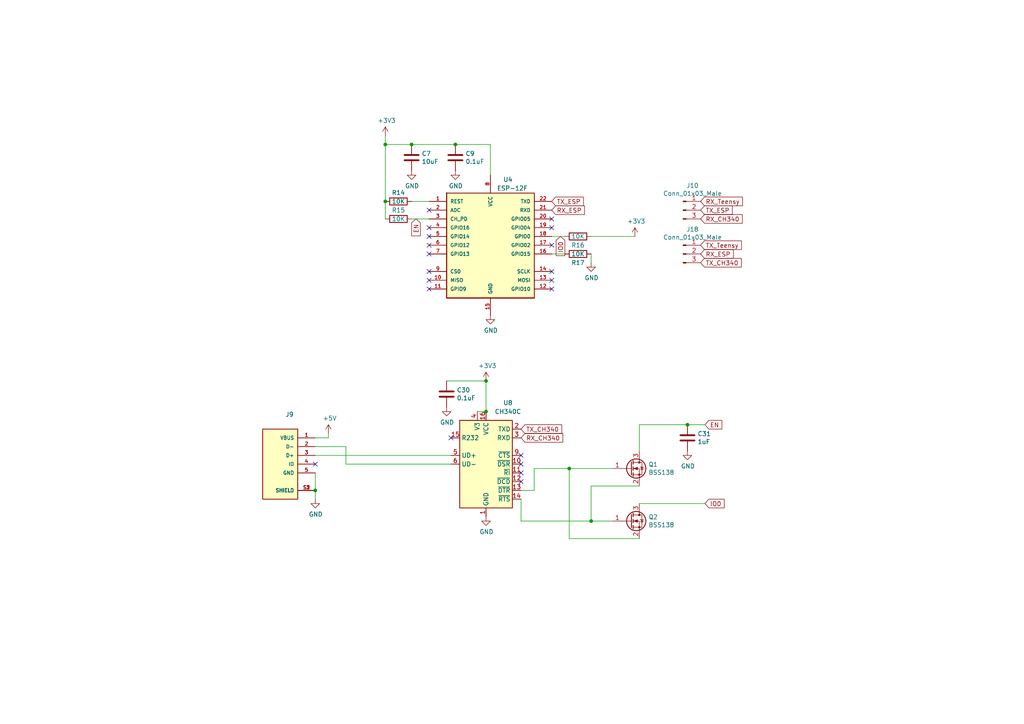
<source format=kicad_sch>
(kicad_sch (version 20211123) (generator eeschema)
  (paper "A4")
  (title_block (title "ESP8266") (date "2022-11-06"))
  (lib_symbols
    (symbol "RC10-rescue:+3.3V-power" (power) (pin_names (offset 0))
      (property "Value" "+3.3V-power" (at 0 3.556 0))
      (symbol "+3.3V-power_0_1"
        (polyline (pts (xy -0.762 1.27) (xy 0 2.54)))
        (polyline (pts (xy 0 0) (xy 0 2.54)))
        (polyline (pts (xy 0 2.54) (xy 0.762 1.27)))
      )
      (symbol "+3.3V-power_1_1"
        (pin power_in line (at 0 0 90) (length 0) hide (name "+3V3") (number "1"))
      )
    )
    (symbol "RC10-rescue:+5V-power" (power) (pin_names (offset 0))
      (property "Value" "+5V-power" (at 0 3.556 0))
      (symbol "+5V-power_0_1"
        (polyline (pts (xy -0.762 1.27) (xy 0 2.54)))
        (polyline (pts (xy 0 0) (xy 0 2.54)))
        (polyline (pts (xy 0 2.54) (xy 0.762 1.27)))
      )
      (symbol "+5V-power_1_1"
        (pin power_in line (at 0 0 90) (length 0) hide (name "+5V") (number "1"))
      )
    )
    (symbol "RC10-rescue:105133-0011-105133-0011" (pin_names (offset 1.016))
      (property "Reference" "J" (at -5.08 10.6934 0))
      (property "Value" "105133-0011-105133-0011" (at -5.1054 -12.7254 0))
      (symbol "105133-0011-105133-0011_0_0"
        (rectangle (start -5.08 -10.16) (end 5.08 10.16) (stroke (width 0.254)) (fill (type background)))
        (pin passive line (at -10.16 7.62 0) (length 5.08) (name "VBUS") (number "1"))
        (pin passive line (at -10.16 5.08 0) (length 5.08) (name "D-") (number "2"))
        (pin passive line (at -10.16 2.54 0) (length 5.08) (name "D+") (number "3"))
        (pin passive line (at -10.16 0 0) (length 5.08) (name "ID") (number "4"))
        (pin passive line (at -10.16 -2.54 0) (length 5.08) (name "GND") (number "5"))
        (pin passive line (at -10.16 -7.62 0) (length 5.08) (name "SHIELD") (number "S1"))
        (pin passive line (at -10.16 -7.62 0) (length 5.08) (name "SHIELD") (number "S2"))
        (pin passive line (at -10.16 -7.62 0) (length 5.08) (name "SHIELD") (number "S3"))
      )
    )
    (symbol "RC10-rescue:BSS138-Transistor_FET" (pin_names hide)
      (property "Reference" "Q" (at 5.08 1.905 0))
      (property "Value" "BSS138-Transistor_FET" (at 5.08 0 0))
      (symbol "BSS138-Transistor_FET_0_1"
        (polyline (pts (xy 0.254 0) (xy -2.54 0)))
        (polyline (pts (xy 0.254 1.905) (xy 0.254 -1.905)) (stroke (width 0.254)))
        (polyline (pts (xy 0.762 -1.27) (xy 0.762 -2.286)) (stroke (width 0.254)))
        (polyline (pts (xy 0.762 0.508) (xy 0.762 -0.508)) (stroke (width 0.254)))
        (polyline (pts (xy 0.762 2.286) (xy 0.762 1.27)) (stroke (width 0.254)))
        (polyline (pts (xy 2.54 2.54) (xy 2.54 1.778)))
        (polyline (pts (xy 2.54 -2.54) (xy 2.54 0) (xy 0.762 0)))
        (polyline (pts (xy 0.762 -1.778) (xy 3.302 -1.778) (xy 3.302 1.778) (xy 0.762 1.778)))
        (polyline (pts (xy 1.016 0) (xy 2.032 0.381) (xy 2.032 -0.381) (xy 1.016 0)) (fill (type outline)))
        (polyline (pts (xy 2.794 0.508) (xy 2.921 0.381) (xy 3.683 0.381) (xy 3.81 0.254)))
        (polyline (pts (xy 3.302 0.381) (xy 2.921 -0.254) (xy 3.683 -0.254) (xy 3.302 0.381)))
        (circle (center 1.651 0) (radius 2.794) (stroke (width 0.254)))
        (circle (center 2.54 -1.778) (radius 0.254) (fill (type outline)))
        (circle (center 2.54 1.778) (radius 0.254) (fill (type outline)))
      )
      (symbol "BSS138-Transistor_FET_1_1"
        (pin input line (at -5.08 0 0) (length 2.54) (name "G") (number "1"))
        (pin passive line (at 2.54 -5.08 90) (length 2.54) (name "S") (number "2"))
        (pin passive line (at 2.54 5.08 270) (length 2.54) (name "D") (number "3"))
      )
    )
    (symbol "RC10-rescue:C-Device" (pin_numbers hide) (pin_names (offset 0.254))
      (property "Reference" "C" (at 0.635 2.54 0))
      (property "Value" "C-Device" (at 0.635 -2.54 0))
      (symbol "C-Device_0_1"
        (polyline (pts (xy -2.032 -0.762) (xy 2.032 -0.762)) (stroke (width 0.508)))
        (polyline (pts (xy -2.032 0.762) (xy 2.032 0.762)) (stroke (width 0.508)))
      )
      (symbol "C-Device_1_1"
        (pin passive line (at 0 3.81 270) (length 2.794) (name "~") (number "1"))
        (pin passive line (at 0 -3.81 90) (length 2.794) (name "~") (number "2"))
      )
    )
    (symbol "RC10-rescue:CH340C-Interface_USB"
      (property "Reference" "U" (at -5.08 13.97 0))
      (property "Value" "CH340C-Interface_USB" (at 1.27 13.97 0))
      (symbol "CH340C-Interface_USB_0_1"
        (rectangle (start -7.62 12.7) (end 7.62 -12.7) (stroke (width 0.254)) (fill (type background)))
      )
      (symbol "CH340C-Interface_USB_1_1"
        (pin power_in line (at 0 -15.24 90) (length 2.54) (name "GND") (number "1"))
        (pin input line (at 10.16 0 180) (length 2.54) (name "~{DSR}") (number "10"))
        (pin input line (at 10.16 -2.54 180) (length 2.54) (name "~{RI}") (number "11"))
        (pin input line (at 10.16 -5.08 180) (length 2.54) (name "~{DCD}") (number "12"))
        (pin output line (at 10.16 -7.62 180) (length 2.54) (name "~{DTR}") (number "13"))
        (pin output line (at 10.16 -10.16 180) (length 2.54) (name "~{RTS}") (number "14"))
        (pin input line (at -10.16 7.62 0) (length 2.54) (name "R232") (number "15"))
        (pin power_in line (at 0 15.24 270) (length 2.54) (name "VCC") (number "16"))
        (pin output line (at 10.16 10.16 180) (length 2.54) (name "TXD") (number "2"))
        (pin input line (at 10.16 7.62 180) (length 2.54) (name "RXD") (number "3"))
        (pin passive line (at -2.54 15.24 270) (length 2.54) (name "V3") (number "4"))
        (pin bidirectional line (at -10.16 2.54 0) (length 2.54) (name "UD+") (number "5"))
        (pin bidirectional line (at -10.16 0 0) (length 2.54) (name "UD-") (number "6"))
        (pin no_connect line (at -7.62 -7.62 0) (length 2.54) hide (name "NC") (number "7"))
        (pin no_connect line (at -7.62 -10.16 0) (length 2.54) hide (name "NC") (number "8"))
        (pin input line (at 10.16 2.54 180) (length 2.54) (name "~{CTS}") (number "9"))
      )
    )
    (symbol "RC10-rescue:Conn_01x03_Male-Connector" (pin_names (offset 1.016) hide)
      (property "Reference" "J" (at 0 5.08 0))
      (property "Value" "Conn_01x03_Male-Connector" (at 0 -5.08 0))
      (symbol "Conn_01x03_Male-Connector_1_1"
        (polyline (pts (xy 1.27 -2.54) (xy 0.8636 -2.54)) (stroke (width 0.1524)))
        (polyline (pts (xy 1.27 0) (xy 0.8636 0)) (stroke (width 0.1524)))
        (polyline (pts (xy 1.27 2.54) (xy 0.8636 2.54)) (stroke (width 0.1524)))
        (rectangle (start 0.8636 -2.413) (end 0 -2.667) (stroke (width 0.1524)) (fill (type outline)))
        (rectangle (start 0.8636 0.127) (end 0 -0.127) (stroke (width 0.1524)) (fill (type outline)))
        (rectangle (start 0.8636 2.667) (end 0 2.413) (stroke (width 0.1524)) (fill (type outline)))
        (pin passive line (at 5.08 2.54 180) (length 3.81) (name "Pin_1") (number "1"))
        (pin passive line (at 5.08 0 180) (length 3.81) (name "Pin_2") (number "2"))
        (pin passive line (at 5.08 -2.54 180) (length 3.81) (name "Pin_3") (number "3"))
      )
    )
    (symbol "RC10-rescue:ESP-12F-ESP-12F" (pin_names (offset 1.016))
      (property "Reference" "U" (at 0 -2.54 0))
      (property "Value" "ESP-12F-ESP-12F" (at 17.78 -2.54 0))
      (symbol "ESP-12F-ESP-12F_0_0"
        (polyline (pts (xy 0 0) (xy 25.4 0)) (stroke (width 0.254)))
        (polyline (pts (xy 0 30.48) (xy 0 0)) (stroke (width 0.254)))
        (rectangle (start 0.0254 -0.127) (end 25.4254 30.353) (stroke (width 0.254)) (fill (type background)))
        (pin bidirectional line (at -5.08 27.94 0) (length 5.08) (name "REST") (number "1"))
        (pin bidirectional line (at -5.08 5.08 0) (length 5.08) (name "MISO") (number "10"))
        (pin bidirectional line (at -5.08 2.54 0) (length 5.08) (name "GPIO9") (number "11"))
        (pin bidirectional line (at 30.48 2.54 180) (length 5.08) (name "GPIO10") (number "12"))
        (pin bidirectional line (at 30.48 5.08 180) (length 5.08) (name "MOSI") (number "13"))
        (pin bidirectional line (at 30.48 7.62 180) (length 5.08) (name "SCLK") (number "14"))
        (pin power_in line (at 12.7 -5.08 90) (length 5.08) (name "GND") (number "15"))
        (pin bidirectional line (at 30.48 12.7 180) (length 5.08) (name "GPIO15") (number "16"))
        (pin bidirectional line (at 30.48 15.24 180) (length 5.08) (name "GPIO02") (number "17"))
        (pin bidirectional line (at 30.48 17.78 180) (length 5.08) (name "GPIO0") (number "18"))
        (pin bidirectional line (at 30.48 20.32 180) (length 5.08) (name "GPIO04") (number "19"))
        (pin bidirectional line (at -5.08 25.4 0) (length 5.08) (name "ADC") (number "2"))
        (pin bidirectional line (at 30.48 22.86 180) (length 5.08) (name "GPIO05") (number "20"))
        (pin bidirectional line (at 30.48 25.4 180) (length 5.08) (name "RXD") (number "21"))
        (pin bidirectional line (at 30.48 27.94 180) (length 5.08) (name "TXD") (number "22"))
        (pin bidirectional line (at -5.08 22.86 0) (length 5.08) (name "CH_PD") (number "3"))
        (pin bidirectional line (at -5.08 20.32 0) (length 5.08) (name "GPIO16") (number "4"))
        (pin bidirectional line (at -5.08 17.78 0) (length 5.08) (name "GPIO14") (number "5"))
        (pin bidirectional line (at -5.08 15.24 0) (length 5.08) (name "GPIO12") (number "6"))
        (pin bidirectional line (at -5.08 12.7 0) (length 5.08) (name "GPIO13") (number "7"))
        (pin power_in line (at 12.7 35.56 270) (length 5.08) (name "VCC") (number "8"))
        (pin bidirectional line (at -5.08 7.62 0) (length 5.08) (name "CS0") (number "9"))
      )
    )
    (symbol "RC10-rescue:GND-power" (power) (pin_names (offset 0))
      (property "Value" "GND-power" (at 0 -3.81 0))
      (symbol "GND-power_0_1"
        (polyline (pts (xy 0 0) (xy 0 -1.27) (xy 1.27 -1.27) (xy 0 -2.54) (xy -1.27 -1.27) (xy 0 -1.27)))
      )
      (symbol "GND-power_1_1"
        (pin power_in line (at 0 0 270) (length 0) hide (name "GND") (number "1"))
      )
    )
    (symbol "RC10-rescue:R-Device" (pin_numbers hide) (pin_names (offset 0))
      (property "Reference" "R" (at 2.032 0 90))
      (property "Value" "R-Device" (at 0 0 90))
      (symbol "R-Device_0_1"
        (rectangle (start -1.016 -2.54) (end 1.016 2.54) (stroke (width 0.254)))
      )
      (symbol "R-Device_1_1"
        (pin passive line (at 0 3.81 270) (length 1.27) (name "~") (number "1"))
        (pin passive line (at 0 -3.81 90) (length 1.27) (name "~") (number "2"))
      )
    )
  )
  (junction (at 140.97 110.49))
  (junction (at 165.1 135.89))
  (junction (at 171.45 151.13))
  (junction (at 91.44 142.24))
  (junction (at 140.97 119.38))
  (junction (at 111.76 58.42))
  (junction (at 119.38 41.91))
  (junction (at 199.39 123.19))
  (junction (at 111.76 41.91))
  (junction (at 132.08 41.91))
  (no_connect (at 160.02 71.12))
  (no_connect (at 160.02 83.82))
  (no_connect (at 124.46 83.82))
  (no_connect (at 160.02 63.5))
  (no_connect (at 124.46 81.28))
  (no_connect (at 124.46 68.58))
  (no_connect (at 160.02 78.74))
  (no_connect (at 124.46 60.96))
  (no_connect (at 151.13 139.7))
  (no_connect (at 160.02 81.28))
  (no_connect (at 151.13 134.62))
  (no_connect (at 124.46 73.66))
  (no_connect (at 160.02 66.04))
  (no_connect (at 151.13 137.16))
  (no_connect (at 124.46 66.04))
  (no_connect (at 91.44 134.62))
  (no_connect (at 124.46 78.74))
  (no_connect (at 124.46 71.12))
  (no_connect (at 130.81 127))
  (no_connect (at 151.13 132.08))
  (wire (pts (xy 165.1 135.89) (xy 165.1 156.21)))
  (wire (pts (xy 124.46 58.42) (xy 119.38 58.42)))
  (wire (pts (xy 91.44 142.24) (xy 91.44 144.78)))
  (wire (pts (xy 111.76 63.5) (xy 111.76 58.42)))
  (wire (pts (xy 91.44 132.08) (xy 130.81 132.08)))
  (wire (pts (xy 132.08 41.91) (xy 119.38 41.91)))
  (wire (pts (xy 111.76 41.91) (xy 111.76 39.37)))
  (wire (pts (xy 124.46 63.5) (xy 119.38 63.5)))
  (wire (pts (xy 100.33 134.62) (xy 100.33 129.54)))
  (wire (pts (xy 100.33 129.54) (xy 91.44 129.54)))
  (wire (pts (xy 95.25 127) (xy 95.25 125.73)))
  (wire (pts (xy 185.42 130.81) (xy 185.42 123.19)))
  (wire (pts (xy 171.45 151.13) (xy 151.13 151.13)))
  (wire (pts (xy 151.13 142.24) (xy 154.94 142.24)))
  (wire (pts (xy 140.97 110.49) (xy 140.97 119.38)))
  (wire (pts (xy 177.8 151.13) (xy 171.45 151.13)))
  (wire (pts (xy 111.76 41.91) (xy 111.76 58.42)))
  (wire (pts (xy 91.44 127) (xy 95.25 127)))
  (wire (pts (xy 204.47 146.05) (xy 185.42 146.05)))
  (wire (pts (xy 185.42 140.97) (xy 171.45 140.97)))
  (wire (pts (xy 160.02 73.66) (xy 163.83 73.66)))
  (wire (pts (xy 154.94 142.24) (xy 154.94 135.89)))
  (wire (pts (xy 171.45 73.66) (xy 171.45 76.2)))
  (wire (pts (xy 185.42 123.19) (xy 199.39 123.19)))
  (wire (pts (xy 165.1 135.89) (xy 177.8 135.89)))
  (wire (pts (xy 91.44 137.16) (xy 91.44 142.24)))
  (wire (pts (xy 142.24 50.8) (xy 142.24 41.91)))
  (wire (pts (xy 119.38 41.91) (xy 111.76 41.91)))
  (wire (pts (xy 151.13 151.13) (xy 151.13 144.78)))
  (wire (pts (xy 171.45 68.58) (xy 184.15 68.58)))
  (wire (pts (xy 185.42 156.21) (xy 165.1 156.21)))
  (wire (pts (xy 160.02 68.58) (xy 163.83 68.58)))
  (wire (pts (xy 154.94 135.89) (xy 165.1 135.89)))
  (wire (pts (xy 100.33 134.62) (xy 130.81 134.62)))
  (wire (pts (xy 129.54 110.49) (xy 140.97 110.49)))
  (wire (pts (xy 142.24 41.91) (xy 132.08 41.91)))
  (wire (pts (xy 171.45 140.97) (xy 171.45 151.13)))
  (wire (pts (xy 204.47 123.19) (xy 199.39 123.19)))
  (wire (pts (xy 140.97 119.38) (xy 138.43 119.38)))
  (global_label "IO0" (shape input) (at 204.47 146.05 0) (property "Intersheet References" "${INTERSHEET_REFS}" (effects hide)))
  (global_label "EN" (shape input) (at 120.65 63.5 270) (property "Intersheet References" "${INTERSHEET_REFS}" (effects hide)))
  (global_label "TX_CH340" (shape input) (at 151.13 124.46 0) (property "Intersheet References" "${INTERSHEET_REFS}" (effects hide)))
  (global_label "TX_ESP" (shape input) (at 160.02 58.42 0) (property "Intersheet References" "${INTERSHEET_REFS}" (effects hide)))
  (global_label "IO0" (shape input) (at 162.56 68.58 270) (property "Intersheet References" "${INTERSHEET_REFS}" (effects hide)))
  (global_label "TX_Teensy" (shape input) (at 203.2 71.12 0) (property "Intersheet References" "${INTERSHEET_REFS}" (effects hide)))
  (global_label "RX_Teensy" (shape input) (at 203.2 58.42 0) (property "Intersheet References" "${INTERSHEET_REFS}" (effects hide)))
  (global_label "RX_CH340" (shape input) (at 151.13 127 0) (property "Intersheet References" "${INTERSHEET_REFS}" (effects hide)))
  (global_label "RX_ESP" (shape input) (at 203.2 73.66 0) (property "Intersheet References" "${INTERSHEET_REFS}" (effects hide)))
  (global_label "TX_ESP" (shape input) (at 203.2 60.96 0) (property "Intersheet References" "${INTERSHEET_REFS}" (effects hide)))
  (global_label "EN" (shape input) (at 204.47 123.19 0) (property "Intersheet References" "${INTERSHEET_REFS}" (effects hide)))
  (global_label "RX_ESP" (shape input) (at 160.02 60.96 0) (property "Intersheet References" "${INTERSHEET_REFS}" (effects hide)))
  (global_label "RX_CH340" (shape input) (at 203.2 63.5 0) (property "Intersheet References" "${INTERSHEET_REFS}" (effects hide)))
  (global_label "TX_CH340" (shape input) (at 203.2 76.2 0) (property "Intersheet References" "${INTERSHEET_REFS}" (effects hide)))
  (symbol (lib_id "RC10-rescue:105133-0011-105133-0011") (at 81.28 134.62 0) (mirror y) (unit 1)
    (property "Reference" "J9" (at 83.9978 120.2182 0))
    (property "MANUFACTURER" "Molex" (effects hide))
    (property "STANDARD" "Manufacturer Recommendations" (effects hide))
    (property "PARTREV" "C" (effects hide))
  )
  (symbol (lib_id "RC10-rescue:+5V-power") (at 95.25 125.73 0) (unit 1)
    (property "Reference" "#PWR086" (effects hide))
    (property "Value" "+5V" (at 95.631 121.3358 0))
  )
  (symbol (lib_id "RC10-rescue:ESP-12F-ESP-12F") (at 129.54 86.36 0) (unit 1)
    (property "Reference" "U4" (at 147.32 52.07 0))
    (property "Value" "ESP-12F" (at 148.59 54.61 0))
    (property "Footprint" "ESP-12F:ESP-12F" (effects hide))
    (property "MPN" "ESP-12F" (effects hide))
    (property "VALUE" "ESP-12F" (effects hide))
    (property "MFR" "Ai-Thinker" (effects hide))
  )
  (symbol (lib_id "RC10-rescue:R-Device") (at 115.57 58.42 270) (unit 1)
    (property "Reference" "R14" (at 115.57 55.88 90))
    (property "Value" "10K" (at 115.57 58.42 90))
    (property "Footprint" "Resistor_SMD:R_0603_1608Metric" (effects hide))
  )
  (symbol (lib_id "RC10-rescue:+3.3V-power") (at 111.76 39.37 0) (unit 1)
    (property "Reference" "#PWR011" (effects hide))
    (property "Value" "+3.3V" (at 112.141 34.9758 0))
  )
  (symbol (lib_id "RC10-rescue:R-Device") (at 115.57 63.5 270) (unit 1)
    (property "Reference" "R15" (at 115.57 60.96 90))
    (property "Value" "10K" (at 115.57 63.5 90))
    (property "Footprint" "Resistor_SMD:R_0603_1608Metric" (effects hide))
  )
  (symbol (lib_id "RC10-rescue:C-Device") (at 132.08 45.72 0) (unit 1)
    (property "Reference" "C9" (at 135.001 44.5516 0) (effects (justify left)))
    (property "Value" "0.1uF" (at 135.001 46.863 0) (effects (justify left)))
    (property "Footprint" "Capacitor_SMD:C_0805_2012Metric" (effects hide))
  )
  (symbol (lib_id "RC10-rescue:C-Device") (at 119.38 45.72 0) (unit 1)
    (property "Reference" "C7" (at 122.301 44.5516 0) (effects (justify left)))
    (property "Value" "10uF" (at 122.301 46.863 0) (effects (justify left)))
    (property "Footprint" "Capacitor_SMD:C_0805_2012Metric" (effects hide))
  )
  (symbol (lib_id "RC10-rescue:GND-power") (at 119.38 49.53 0) (unit 1)
    (property "Reference" "#PWR012" (effects hide))
    (property "Value" "GND" (at 119.507 53.9242 0))
  )
  (symbol (lib_id "RC10-rescue:GND-power") (at 132.08 49.53 0) (unit 1)
    (property "Reference" "#PWR019" (effects hide))
    (property "Value" "GND" (at 132.207 53.9242 0))
  )
  (symbol (lib_id "RC10-rescue:R-Device") (at 167.64 68.58 270) (unit 1)
    (property "Reference" "R16" (at 167.64 71.12 90))
    (property "Value" "10K" (at 167.64 68.58 90))
    (property "Footprint" "Resistor_SMD:R_0603_1608Metric" (effects hide))
  )
  (symbol (lib_id "RC10-rescue:+3.3V-power") (at 184.15 68.58 0) (unit 1)
    (property "Reference" "#PWR046" (effects hide))
    (property "Value" "+3.3V" (at 184.531 64.1858 0))
  )
  (symbol (lib_id "RC10-rescue:R-Device") (at 167.64 73.66 270) (unit 1)
    (property "Reference" "R17" (at 167.64 76.2 90))
    (property "Value" "10K" (at 167.64 73.66 90))
    (property "Footprint" "Resistor_SMD:R_0603_1608Metric" (effects hide))
  )
  (symbol (lib_id "RC10-rescue:GND-power") (at 142.24 91.44 0) (unit 1)
    (property "Reference" "#PWR020" (effects hide))
    (property "Value" "GND" (at 142.367 95.8342 0))
  )
  (symbol (lib_id "RC10-rescue:GND-power") (at 171.45 76.2 0) (unit 1)
    (property "Reference" "#PWR023" (effects hide))
    (property "Value" "GND" (at 171.577 80.5942 0))
  )
  (symbol (lib_id "RC10-rescue:Conn_01x03_Male-Connector") (at 198.12 60.96 0) (unit 1)
    (property "Reference" "J10" (at 200.8632 53.8226 0))
    (property "Value" "Conn_01x03_Male" (at 200.8632 56.134 0))
    (property "Footprint" "Connector_PinHeader_2.54mm:PinHeader_1x03_P2.54mm_Vertical" (effects hide))
  )
  (symbol (lib_id "RC10-rescue:Conn_01x03_Male-Connector") (at 198.12 73.66 0) (unit 1)
    (property "Reference" "J18" (at 200.8632 66.5226 0))
    (property "Value" "Conn_01x03_Male" (at 200.8632 68.834 0))
    (property "Footprint" "Connector_PinHeader_2.54mm:PinHeader_1x03_P2.54mm_Vertical" (effects hide))
  )
  (symbol (lib_id "RC10-rescue:GND-power") (at 91.44 144.78 0) (unit 1)
    (property "Reference" "#PWR070" (effects hide))
    (property "Value" "GND" (at 91.567 149.1742 0))
  )
  (symbol (lib_id "RC10-rescue:CH340C-Interface_USB") (at 140.97 134.62 0) (unit 1)
    (property "Reference" "U8" (at 147.32 116.84 0))
    (property "Value" "CH340C" (at 147.32 119.38 0))
    (property "Footprint" "Package_SO:SOP-16_4.55x10.3mm_P1.27mm" (effects hide))
    (property "Datasheet" "https://lcsc.com/product-detail/USB-ICs_WCH-Jiangsu-Qin-Heng-CH340C_C84681.html" (effects hide))
  )
  (symbol (lib_id "RC10-rescue:+3.3V-power") (at 140.97 110.49 0) (unit 1)
    (property "Reference" "#PWR072" (effects hide))
    (property "Value" "+3.3V" (at 141.351 106.0958 0))
  )
  (symbol (lib_id "RC10-rescue:C-Device") (at 129.54 114.3 0) (unit 1)
    (property "Reference" "C30" (at 132.461 113.1316 0) (effects (justify left)))
    (property "Value" "0.1uF" (at 132.461 115.443 0) (effects (justify left)))
    (property "Footprint" "Capacitor_SMD:C_0805_2012Metric" (effects hide))
  )
  (symbol (lib_id "RC10-rescue:GND-power") (at 129.54 118.11 0) (unit 1)
    (property "Reference" "#PWR071" (effects hide))
    (property "Value" "GND" (at 129.667 122.5042 0))
  )
  (symbol (lib_id "RC10-rescue:GND-power") (at 140.97 149.86 0) (unit 1)
    (property "Reference" "#PWR073" (effects hide))
    (property "Value" "GND" (at 141.097 154.2542 0))
  )
  (symbol (lib_id "RC10-rescue:BSS138-Transistor_FET") (at 182.88 135.89 0) (unit 1)
    (property "Reference" "Q1" (at 188.0616 134.7216 0) (effects (justify left)))
    (property "Value" "BSS138" (at 188.0616 137.033 0) (effects (justify left)))
    (property "Footprint" "Package_TO_SOT_SMD:SOT-23" (effects hide))
    (property "Datasheet" "https://lcsc.com/product-detail/MOSFETs_onsemi-BSS138K_C255592.html" (effects hide))
  )
  (symbol (lib_id "RC10-rescue:BSS138-Transistor_FET") (at 182.88 151.13 0) (unit 1)
    (property "Reference" "Q2" (at 188.0616 149.9616 0) (effects (justify left)))
    (property "Value" "BSS138" (at 188.0616 152.273 0) (effects (justify left)))
    (property "Footprint" "Package_TO_SOT_SMD:SOT-23" (effects hide))
    (property "Datasheet" "https://lcsc.com/product-detail/MOSFETs_onsemi-BSS138K_C255592.html" (effects hide))
  )
  (symbol (lib_id "RC10-rescue:C-Device") (at 199.39 127 0) (unit 1)
    (property "Reference" "C31" (at 202.311 125.8316 0) (effects (justify left)))
    (property "Value" "1uF" (at 202.311 128.143 0) (effects (justify left)))
    (property "Footprint" "Capacitor_SMD:C_0805_2012Metric" (effects hide))
  )
  (symbol (lib_id "RC10-rescue:GND-power") (at 199.39 130.81 0) (unit 1)
    (property "Reference" "#PWR074" (effects hide))
    (property "Value" "GND" (at 199.517 135.2042 0))
  )
)
</source>
